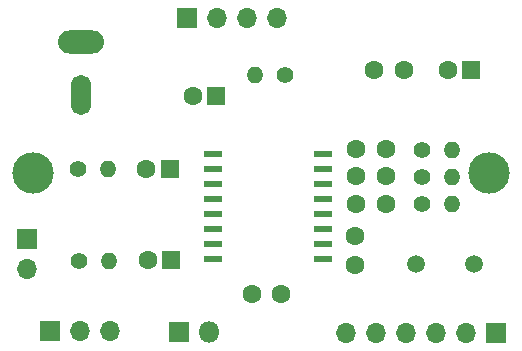
<source format=gts>
%TF.GenerationSoftware,KiCad,Pcbnew,7.0.10-7.0.10~ubuntu22.04.1*%
%TF.CreationDate,2024-04-16T08:27:36+02:00*%
%TF.ProjectId,oric_comp_video,6f726963-5f63-46f6-9d70-5f766964656f,1*%
%TF.SameCoordinates,PX1b40518PY99d1710*%
%TF.FileFunction,Soldermask,Top*%
%TF.FilePolarity,Negative*%
%FSLAX46Y46*%
G04 Gerber Fmt 4.6, Leading zero omitted, Abs format (unit mm)*
G04 Created by KiCad (PCBNEW 7.0.10-7.0.10~ubuntu22.04.1) date 2024-04-16 08:27:36*
%MOMM*%
%LPD*%
G01*
G04 APERTURE LIST*
%ADD10C,1.600000*%
%ADD11C,1.400000*%
%ADD12O,1.400000X1.400000*%
%ADD13R,1.600000X1.600000*%
%ADD14R,1.800000X1.800000*%
%ADD15O,1.800000X1.800000*%
%ADD16R,1.700000X1.700000*%
%ADD17O,1.700000X1.700000*%
%ADD18C,3.500000*%
%ADD19C,1.500000*%
%ADD20O,1.700000X3.400000*%
%ADD21O,3.900000X1.950000*%
%ADD22R,1.500000X0.600000*%
G04 APERTURE END LIST*
D10*
%TO.C,C1*%
X112852200Y57870200D03*
X112852200Y60370200D03*
%TD*%
%TO.C,C2*%
X115468400Y63093600D03*
X112968400Y63093600D03*
%TD*%
%TO.C,C3*%
X115468400Y65405000D03*
X112968400Y65405000D03*
%TD*%
%TO.C,C4*%
X115468400Y67716400D03*
X112968400Y67716400D03*
%TD*%
D11*
%TO.C,R1*%
X118541800Y63093600D03*
D12*
X121081800Y63093600D03*
%TD*%
D11*
%TO.C,R2*%
X118541800Y65354200D03*
D12*
X121081800Y65354200D03*
%TD*%
D11*
%TO.C,R3*%
X118541800Y67614800D03*
D12*
X121081800Y67614800D03*
%TD*%
D11*
%TO.C,R4*%
X89458800Y65989200D03*
D12*
X91998800Y65989200D03*
%TD*%
D10*
%TO.C,C7*%
X116992400Y74371200D03*
X114492400Y74371200D03*
%TD*%
D13*
%TO.C,C9*%
X97326200Y58293000D03*
D10*
X95326200Y58293000D03*
%TD*%
D14*
%TO.C,D1*%
X97967800Y52247800D03*
D15*
X100507800Y52247800D03*
%TD*%
D16*
%TO.C,JP1*%
X87060800Y52298600D03*
D17*
X89600800Y52298600D03*
X92140800Y52298600D03*
%TD*%
D10*
%TO.C,C5*%
X104114600Y55473600D03*
X106614600Y55473600D03*
%TD*%
D13*
%TO.C,C6*%
X122722700Y74422000D03*
D10*
X120722700Y74422000D03*
%TD*%
D11*
%TO.C,R5*%
X89484200Y58267600D03*
D12*
X92024200Y58267600D03*
%TD*%
D18*
%TO.C,H1*%
X85623400Y65684400D03*
%TD*%
%TO.C,H2*%
X124231400Y65684400D03*
%TD*%
D13*
%TO.C,C8*%
X97199200Y66014600D03*
D10*
X95199200Y66014600D03*
%TD*%
D13*
%TO.C,C10*%
X101132700Y72186800D03*
D10*
X99132700Y72186800D03*
%TD*%
D19*
%TO.C,Y1*%
X122936000Y58013600D03*
X118056000Y58013600D03*
%TD*%
D16*
%TO.C,J5*%
X98639600Y78814200D03*
D17*
X101179600Y78814200D03*
X103719600Y78814200D03*
X106259600Y78814200D03*
%TD*%
D20*
%TO.C,J3*%
X89695800Y72266400D03*
D21*
X89695800Y76766400D03*
%TD*%
D22*
%TO.C,U1*%
X110138000Y58369200D03*
X110138000Y59639200D03*
X110138000Y60909200D03*
X110138000Y62179200D03*
X110138000Y63449200D03*
X110138000Y64719200D03*
X110138000Y65989200D03*
X110138000Y67259200D03*
X100838000Y67259200D03*
X100838000Y65989200D03*
X100838000Y64719200D03*
X100838000Y63449200D03*
X100838000Y62179200D03*
X100838000Y60909200D03*
X100838000Y59639200D03*
X100838000Y58369200D03*
%TD*%
D11*
%TO.C,R6*%
X106984800Y73939400D03*
D12*
X104444800Y73939400D03*
%TD*%
D16*
%TO.C,J1*%
X124815600Y52171600D03*
D17*
X122275600Y52171600D03*
X119735600Y52171600D03*
X117195600Y52171600D03*
X114655600Y52171600D03*
X112115600Y52171600D03*
%TD*%
D16*
%TO.C,J2*%
X85140800Y60121800D03*
D17*
X85140800Y57581800D03*
%TD*%
M02*

</source>
